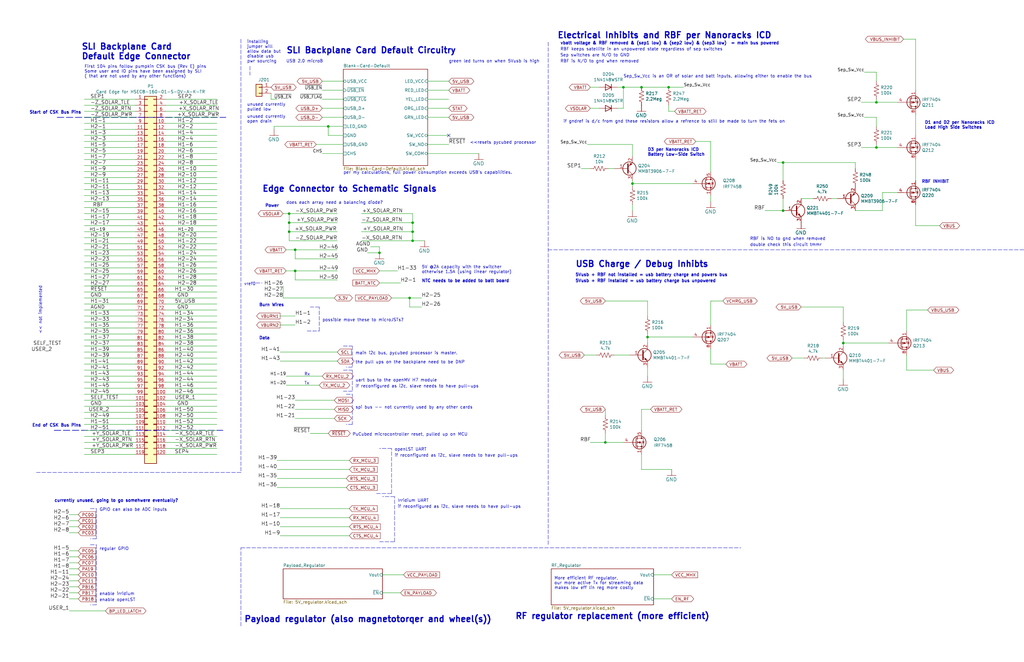
<source format=kicad_sch>
(kicad_sch (version 20211123) (generator eeschema)
  (paper "B")
  (title_block (title "Blank Card for SLI Backplane") (date "2021-11-05") (rev "A") (company "Sierra Lobo INC"))
  (junction (at 173.99 97.79))
  (junction (at 330.2 88.9))
  (junction (at 121.92 90.17))
  (junction (at 262.89 36.83))
  (junction (at 330.2 68.58))
  (junction (at 173.99 93.98))
  (junction (at 138.43 53.34))
  (junction (at 121.92 93.98))
  (junction (at 281.94 36.83))
  (junction (at 160.02 106.68))
  (junction (at 355.6 144.78))
  (junction (at 172.72 125.73))
  (junction (at 124.46 114.3))
  (junction (at 121.92 97.79))
  (junction (at 369.57 43.18))
  (junction (at 124.46 105.41))
  (junction (at 255.27 186.69))
  (junction (at 270.51 36.83))
  (junction (at 273.05 142.24))
  (junction (at 266.7 77.47))
  (junction (at 173.99 101.6))
  (junction (at 369.57 62.23))
  (no_connect (at 189.23 57.15))
  (wire (pts (xy 91.44 125.73) (xy 69.85 125.73)))
  (wire (pts (xy 91.44 49.53) (xy 69.85 49.53)))
  (polyline (pts (xy 38.1 229.87) (xy 40.64 229.87)))
  (wire (pts (xy 114.3 39.37) (xy 114.3 41.91)))
  (wire (pts (xy 29.21 252.73) (xy 33.02 252.73)))
  (wire (pts (xy 355.6 143.51) (xy 355.6 144.78)))
  (wire (pts (xy 360.68 68.58) (xy 360.68 71.12)))
  (polyline (pts (xy 101.6 16.51) (xy 101.6 199.39)))
  (wire (pts (xy 270.51 172.72) (xy 270.51 181.61)))
  (wire (pts (xy 91.44 59.69) (xy 69.85 59.69)))
  (wire (pts (xy 57.15 118.11) (xy 35.56 118.11)))
  (wire (pts (xy 189.23 45.72) (xy 180.34 45.72)))
  (polyline (pts (xy 101.6 231.14) (xy 312.42 231.14)))
  (wire (pts (xy 91.44 181.61) (xy 69.85 181.61)))
  (wire (pts (xy 57.15 125.73) (xy 35.56 125.73)))
  (wire (pts (xy 91.44 158.75) (xy 69.85 158.75)))
  (wire (pts (xy 57.15 120.65) (xy 35.56 120.65)))
  (wire (pts (xy 281.94 44.45) (xy 281.94 46.99)))
  (wire (pts (xy 180.34 64.77) (xy 201.93 64.77)))
  (wire (pts (xy 118.11 137.16) (xy 124.46 137.16)))
  (wire (pts (xy 262.89 36.83) (xy 260.35 36.83)))
  (wire (pts (xy 130.81 182.88) (xy 138.43 182.88)))
  (wire (pts (xy 255.27 182.88) (xy 255.27 186.69)))
  (wire (pts (xy 273.05 142.24) (xy 273.05 144.78)))
  (polyline (pts (xy 107.95 119.38) (xy 110.49 119.38)))
  (wire (pts (xy 369.57 30.48) (xy 369.57 34.29)))
  (wire (pts (xy 135.89 45.72) (xy 144.78 45.72)))
  (wire (pts (xy 29.21 247.65) (xy 33.02 247.65)))
  (polyline (pts (xy 144.78 156.21) (xy 148.59 156.21)))
  (wire (pts (xy 57.15 171.45) (xy 35.56 171.45)))
  (wire (pts (xy 140.97 176.53) (xy 124.46 176.53)))
  (wire (pts (xy 355.6 156.21) (xy 355.6 160.02)))
  (wire (pts (xy 189.23 34.29) (xy 180.34 34.29)))
  (wire (pts (xy 57.15 67.31) (xy 35.56 67.31)))
  (wire (pts (xy 57.15 140.97) (xy 35.56 140.97)))
  (wire (pts (xy 91.44 156.21) (xy 69.85 156.21)))
  (wire (pts (xy 124.46 118.11) (xy 124.46 114.3)))
  (wire (pts (xy 29.21 237.49) (xy 33.02 237.49)))
  (polyline (pts (xy 166.37 228.6) (xy 166.37 209.55)))
  (wire (pts (xy 91.44 85.09) (xy 69.85 85.09)))
  (wire (pts (xy 260.35 45.72) (xy 262.89 45.72)))
  (polyline (pts (xy 40.64 255.27) (xy 38.1 255.27)))
  (wire (pts (xy 57.15 41.91) (xy 35.56 41.91)))
  (wire (pts (xy 91.44 67.31) (xy 69.85 67.31)))
  (wire (pts (xy 173.99 93.98) (xy 152.4 93.98)))
  (wire (pts (xy 121.92 97.79) (xy 121.92 101.6)))
  (wire (pts (xy 364.49 49.53) (xy 369.57 49.53)))
  (wire (pts (xy 386.08 86.36) (xy 386.08 95.25)))
  (wire (pts (xy 91.44 128.27) (xy 69.85 128.27)))
  (wire (pts (xy 57.15 62.23) (xy 35.56 62.23)))
  (wire (pts (xy 57.15 151.13) (xy 35.56 151.13)))
  (wire (pts (xy 156.21 104.14) (xy 160.02 104.14)))
  (polyline (pts (xy 146.05 166.37) (xy 148.59 166.37)))
  (wire (pts (xy 173.99 90.17) (xy 173.99 93.98)))
  (wire (pts (xy 374.65 144.78) (xy 355.6 144.78)))
  (polyline (pts (xy 101.6 199.39) (xy 15.24 199.39)))
  (wire (pts (xy 142.24 148.59) (xy 118.11 148.59)))
  (wire (pts (xy 91.44 191.77) (xy 69.85 191.77)))
  (wire (pts (xy 369.57 62.23) (xy 363.22 62.23)))
  (wire (pts (xy 91.44 62.23) (xy 69.85 62.23)))
  (wire (pts (xy 57.15 130.81) (xy 35.56 130.81)))
  (wire (pts (xy 189.23 49.53) (xy 180.34 49.53)))
  (wire (pts (xy 140.97 168.91) (xy 124.46 168.91)))
  (wire (pts (xy 57.15 59.69) (xy 35.56 59.69)))
  (wire (pts (xy 283.21 198.12) (xy 270.51 198.12)))
  (wire (pts (xy 355.6 146.05) (xy 355.6 144.78)))
  (wire (pts (xy 91.44 184.15) (xy 69.85 184.15)))
  (wire (pts (xy 177.8 125.73) (xy 172.72 125.73)))
  (wire (pts (xy 116.84 194.31) (xy 147.32 194.31)))
  (polyline (pts (xy 148.59 146.05) (xy 148.59 154.94)))
  (wire (pts (xy 273.05 127) (xy 273.05 133.35)))
  (polyline (pts (xy 40.64 214.63) (xy 40.64 227.33)))
  (wire (pts (xy 270.51 36.83) (xy 281.94 36.83)))
  (wire (pts (xy 144.78 38.1) (xy 135.89 38.1)))
  (wire (pts (xy 57.15 153.67) (xy 35.56 153.67)))
  (wire (pts (xy 372.11 88.9) (xy 372.11 81.28)))
  (wire (pts (xy 121.92 90.17) (xy 121.92 93.98)))
  (wire (pts (xy 255.27 127) (xy 273.05 127)))
  (wire (pts (xy 119.38 90.17) (xy 121.92 90.17)))
  (polyline (pts (xy 101.6 264.16) (xy 101.6 231.14)))
  (wire (pts (xy 144.78 60.96) (xy 133.35 60.96)))
  (wire (pts (xy 91.44 54.61) (xy 69.85 54.61)))
  (wire (pts (xy 167.64 114.3) (xy 160.02 114.3)))
  (wire (pts (xy 91.44 82.55) (xy 69.85 82.55)))
  (wire (pts (xy 57.15 181.61) (xy 35.56 181.61)))
  (wire (pts (xy 57.15 148.59) (xy 35.56 148.59)))
  (wire (pts (xy 246.38 149.86) (xy 251.46 149.86)))
  (polyline (pts (xy 148.59 179.07) (xy 146.05 179.07)))
  (wire (pts (xy 116.84 198.12) (xy 147.32 198.12)))
  (polyline (pts (xy 166.37 209.55) (xy 161.29 209.55)))
  (wire (pts (xy 57.15 156.21) (xy 35.56 156.21)))
  (wire (pts (xy 135.89 64.77) (xy 144.78 64.77)))
  (wire (pts (xy 273.05 154.94) (xy 273.05 158.75)))
  (wire (pts (xy 91.44 173.99) (xy 69.85 173.99)))
  (wire (pts (xy 262.89 45.72) (xy 262.89 36.83)))
  (wire (pts (xy 138.43 57.15) (xy 138.43 53.34)))
  (polyline (pts (xy 148.59 154.94) (xy 146.05 154.94)))
  (wire (pts (xy 91.44 186.69) (xy 69.85 186.69)))
  (wire (pts (xy 57.15 69.85) (xy 35.56 69.85)))
  (wire (pts (xy 189.23 60.96) (xy 180.34 60.96)))
  (wire (pts (xy 364.49 30.48) (xy 369.57 30.48)))
  (wire (pts (xy 259.08 149.86) (xy 265.43 149.86)))
  (wire (pts (xy 57.15 95.25) (xy 35.56 95.25)))
  (wire (pts (xy 255.27 186.69) (xy 262.89 186.69)))
  (polyline (pts (xy 134.62 129.54) (xy 130.81 129.54)))
  (wire (pts (xy 57.15 52.07) (xy 35.56 52.07)))
  (polyline (pts (xy 158.75 208.28) (xy 165.1 208.28)))
  (wire (pts (xy 91.44 168.91) (xy 69.85 168.91)))
  (wire (pts (xy 91.44 151.13) (xy 69.85 151.13)))
  (wire (pts (xy 57.15 44.45) (xy 35.56 44.45)))
  (polyline (pts (xy 40.64 229.87) (xy 40.64 255.27)))
  (wire (pts (xy 381 16.51) (xy 386.08 16.51)))
  (wire (pts (xy 57.15 46.99) (xy 35.56 46.99)))
  (wire (pts (xy 57.15 158.75) (xy 35.56 158.75)))
  (wire (pts (xy 57.15 113.03) (xy 35.56 113.03)))
  (wire (pts (xy 121.92 101.6) (xy 142.24 101.6)))
  (wire (pts (xy 33.02 222.25) (xy 29.21 222.25)))
  (wire (pts (xy 172.72 129.54) (xy 177.8 129.54)))
  (wire (pts (xy 266.7 86.36) (xy 266.7 88.9)))
  (wire (pts (xy 168.91 119.38) (xy 160.02 119.38)))
  (wire (pts (xy 91.44 87.63) (xy 69.85 87.63)))
  (wire (pts (xy 360.68 88.9) (xy 372.11 88.9)))
  (wire (pts (xy 299.72 127) (xy 299.72 137.16)))
  (wire (pts (xy 29.21 242.57) (xy 33.02 242.57)))
  (wire (pts (xy 382.27 149.86) (xy 382.27 156.21)))
  (wire (pts (xy 57.15 54.61) (xy 35.56 54.61)))
  (wire (pts (xy 281.94 46.99) (xy 284.48 46.99)))
  (wire (pts (xy 327.66 68.58) (xy 330.2 68.58)))
  (wire (pts (xy 29.21 232.41) (xy 33.02 232.41)))
  (wire (pts (xy 299.72 59.69) (xy 293.37 59.69)))
  (wire (pts (xy 91.44 72.39) (xy 69.85 72.39)))
  (wire (pts (xy 391.16 130.81) (xy 382.27 130.81)))
  (wire (pts (xy 256.54 71.12) (xy 259.08 71.12)))
  (wire (pts (xy 120.65 162.56) (xy 134.62 162.56)))
  (wire (pts (xy 114.3 41.91) (xy 116.84 41.91)))
  (wire (pts (xy 135.89 41.91) (xy 144.78 41.91)))
  (wire (pts (xy 248.92 71.12) (xy 245.11 71.12)))
  (wire (pts (xy 91.44 153.67) (xy 69.85 153.67)))
  (wire (pts (xy 382.27 156.21) (xy 393.7 156.21)))
  (wire (pts (xy 281.94 36.83) (xy 288.29 36.83)))
  (wire (pts (xy 172.72 125.73) (xy 172.72 129.54)))
  (polyline (pts (xy 134.62 139.7) (xy 134.62 129.54)))
  (wire (pts (xy 57.15 107.95) (xy 35.56 107.95)))
  (wire (pts (xy 57.15 168.91) (xy 35.56 168.91)))
  (wire (pts (xy 57.15 166.37) (xy 35.56 166.37)))
  (wire (pts (xy 124.46 114.3) (xy 142.24 114.3)))
  (wire (pts (xy 124.46 109.22) (xy 142.24 109.22)))
  (wire (pts (xy 386.08 67.31) (xy 386.08 76.2)))
  (wire (pts (xy 330.2 76.2) (xy 330.2 68.58)))
  (polyline (pts (xy 148.59 165.1) (xy 144.78 165.1)))
  (wire (pts (xy 369.57 41.91) (xy 369.57 43.18)))
  (wire (pts (xy 189.23 57.15) (xy 180.34 57.15)))
  (wire (pts (xy 369.57 49.53) (xy 369.57 53.34)))
  (wire (pts (xy 350.52 83.82) (xy 353.06 83.82)))
  (polyline (pts (xy 24.13 49.53) (xy 95.25 49.53)) (stroke (width 0.254)))
  (wire (pts (xy 116.84 201.93) (xy 146.05 201.93)))
  (wire (pts (xy 33.02 250.19) (xy 29.21 250.19)))
  (wire (pts (xy 135.89 34.29) (xy 144.78 34.29)))
  (wire (pts (xy 154.94 106.68) (xy 160.02 106.68)))
  (wire (pts (xy 91.44 123.19) (xy 69.85 123.19)))
  (wire (pts (xy 57.15 105.41) (xy 35.56 105.41)))
  (wire (pts (xy 91.44 148.59) (xy 69.85 148.59)))
  (wire (pts (xy 179.07 101.6) (xy 173.99 101.6)))
  (wire (pts (xy 386.08 95.25) (xy 396.24 95.25)))
  (wire (pts (xy 57.15 74.93) (xy 35.56 74.93)))
  (wire (pts (xy 57.15 135.89) (xy 35.56 135.89)))
  (wire (pts (xy 116.84 205.74) (xy 146.05 205.74)))
  (wire (pts (xy 91.44 80.01) (xy 69.85 80.01)))
  (wire (pts (xy 355.6 129.54) (xy 355.6 135.89)))
  (wire (pts (xy 91.44 107.95) (xy 69.85 107.95)))
  (wire (pts (xy 57.15 90.17) (xy 35.56 90.17)))
  (wire (pts (xy 57.15 191.77) (xy 35.56 191.77)))
  (wire (pts (xy 118.11 222.25) (xy 147.32 222.25)))
  (wire (pts (xy 57.15 173.99) (xy 35.56 173.99)))
  (polyline (pts (xy 22.86 181.61) (xy 93.98 181.61)) (stroke (width 0.254)))
  (wire (pts (xy 57.15 49.53) (xy 35.56 49.53)))
  (wire (pts (xy 173.99 97.79) (xy 152.4 97.79)))
  (wire (pts (xy 91.44 44.45) (xy 69.85 44.45)))
  (wire (pts (xy 57.15 138.43) (xy 35.56 138.43)))
  (wire (pts (xy 57.15 146.05) (xy 35.56 146.05)))
  (wire (pts (xy 91.44 90.17) (xy 69.85 90.17)))
  (polyline (pts (xy 160.02 228.6) (xy 166.37 228.6)))
  (wire (pts (xy 322.58 88.9) (xy 330.2 88.9)))
  (wire (pts (xy 57.15 92.71) (xy 35.56 92.71)))
  (wire (pts (xy 91.44 41.91) (xy 69.85 41.91)))
  (wire (pts (xy 247.65 60.96) (xy 266.7 60.96)))
  (wire (pts (xy 91.44 143.51) (xy 69.85 143.51)))
  (wire (pts (xy 57.15 110.49) (xy 35.56 110.49)))
  (wire (pts (xy 140.97 172.72) (xy 124.46 172.72)))
  (wire (pts (xy 91.44 146.05) (xy 69.85 146.05)))
  (wire (pts (xy 57.15 115.57) (xy 35.56 115.57)))
  (wire (pts (xy 173.99 93.98) (xy 173.99 97.79)))
  (wire (pts (xy 57.15 128.27) (xy 35.56 128.27)))
  (wire (pts (xy 170.18 242.57) (xy 161.29 242.57)))
  (wire (pts (xy 91.44 69.85) (xy 69.85 69.85)))
  (wire (pts (xy 91.44 179.07) (xy 69.85 179.07)))
  (wire (pts (xy 144.78 57.15) (xy 138.43 57.15)))
  (wire (pts (xy 91.44 110.49) (xy 69.85 110.49)))
  (polyline (pts (xy 1041.4 464.82) (xy 1041.4 452.12)))
  (wire (pts (xy 57.15 133.35) (xy 35.56 133.35)))
  (wire (pts (xy 57.15 85.09) (xy 35.56 85.09)))
  (polyline (pts (xy 165.1 208.28) (xy 165.1 189.23)))
  (wire (pts (xy 57.15 80.01) (xy 35.56 80.01)))
  (wire (pts (xy 334.01 151.13) (xy 339.09 151.13)))
  (wire (pts (xy 189.23 38.1) (xy 180.34 38.1)))
  (wire (pts (xy 119.38 125.73) (xy 140.97 125.73)))
  (wire (pts (xy 337.82 83.82) (xy 342.9 83.82)))
  (wire (pts (xy 115.57 53.34) (xy 138.43 53.34)))
  (wire (pts (xy 299.72 59.69) (xy 299.72 72.39)))
  (wire (pts (xy 283.21 242.57) (xy 275.59 242.57)))
  (wire (pts (xy 91.44 166.37) (xy 69.85 166.37)))
  (polyline (pts (xy 231.14 17.78) (xy 231.14 229.87)))
  (polyline (pts (xy 129.54 139.7) (xy 134.62 139.7)))
  (wire (pts (xy 57.15 123.19) (xy 35.56 123.19)))
  (wire (pts (xy 91.44 57.15) (xy 69.85 57.15)))
  (wire (pts (xy 142.24 152.4) (xy 118.11 152.4)))
  (wire (pts (xy 29.21 257.81) (xy 44.45 257.81)))
  (wire (pts (xy 120.65 105.41) (xy 124.46 105.41)))
  (polyline (pts (xy 231.14 105.41) (xy 434.34 105.41)))
  (wire (pts (xy 29.21 219.71) (xy 33.02 219.71)))
  (wire (pts (xy 115.57 53.34) (xy 115.57 54.61)))
  (wire (pts (xy 91.44 163.83) (xy 69.85 163.83)))
  (wire (pts (xy 57.15 97.79) (xy 35.56 97.79)))
  (wire (pts (xy 304.8 127) (xy 299.72 127)))
  (wire (pts (xy 91.44 100.33) (xy 69.85 100.33)))
  (polyline (pts (xy 148.59 156.21) (xy 148.59 165.1)))
  (wire (pts (xy 121.92 93.98) (xy 121.92 97.79)))
  (polyline (pts (xy 165.1 189.23) (xy 160.02 189.23)))
  (wire (pts (xy 57.15 87.63) (xy 35.56 87.63)))
  (wire (pts (xy 369.57 62.23) (xy 378.46 62.23)))
  (wire (pts (xy 91.44 92.71) (xy 69.85 92.71)))
  (wire (pts (xy 91.44 130.81) (xy 69.85 130.81)))
  (wire (pts (xy 119.38 125.73) (xy 119.38 120.65)))
  (wire (pts (xy 142.24 93.98) (xy 121.92 93.98)))
  (wire (pts (xy 124.46 133.35) (xy 118.11 133.35)))
  (wire (pts (xy 299.72 153.67) (xy 306.07 153.67)))
  (wire (pts (xy 266.7 77.47) (xy 266.7 78.74)))
  (wire (pts (xy 382.27 130.81) (xy 382.27 139.7)))
  (wire (pts (xy 292.1 142.24) (xy 273.05 142.24)))
  (wire (pts (xy 180.34 41.91) (xy 189.23 41.91)))
  (wire (pts (xy 91.44 115.57) (xy 69.85 115.57)))
  (wire (pts (xy 33.02 240.03) (xy 29.21 240.03)))
  (wire (pts (xy 142.24 105.41) (xy 124.46 105.41)))
  (wire (pts (xy 252.73 36.83) (xy 248.92 36.83)))
  (wire (pts (xy 91.44 77.47) (xy 69.85 77.47)))
  (wire (pts (xy 144.78 53.34) (xy 138.43 53.34)))
  (wire (pts (xy 274.32 172.72) (xy 270.51 172.72)))
  (wire (pts (xy 337.82 129.54) (xy 355.6 129.54)))
  (wire (pts (xy 91.44 176.53) (xy 69.85 176.53)))
  (wire (pts (xy 135.89 49.53) (xy 144.78 49.53)))
  (wire (pts (xy 91.44 118.11) (xy 69.85 118.11)))
  (wire (pts (xy 346.71 151.13) (xy 347.98 151.13)))
  (wire (pts (xy 57.15 176.53) (xy 35.56 176.53)))
  (wire (pts (xy 372.11 81.28) (xy 378.46 81.28)))
  (wire (pts (xy 275.59 252.73) (xy 283.21 252.73)))
  (wire (pts (xy 57.15 72.39) (xy 35.56 72.39)))
  (wire (pts (xy 91.44 105.41) (xy 69.85 105.41)))
  (wire (pts (xy 91.44 189.23) (xy 69.85 189.23)))
  (wire (pts (xy 57.15 189.23) (xy 35.56 189.23)))
  (wire (pts (xy 91.44 95.25) (xy 69.85 95.25)))
  (wire (pts (xy 91.44 74.93) (xy 69.85 74.93)))
  (wire (pts (xy 330.2 83.82) (xy 330.2 88.9)))
  (wire (pts (xy 57.15 102.87) (xy 35.56 102.87)))
  (wire (pts (xy 91.44 140.97) (xy 69.85 140.97)))
  (wire (pts (xy 124.46 105.41) (xy 124.46 109.22)))
  (wire (pts (xy 118.11 218.44) (xy 147.32 218.44)))
  (wire (pts (xy 29.21 224.79) (xy 33.02 224.79)))
  (wire (pts (xy 57.15 163.83) (xy 35.56 163.83)))
  (wire (pts (xy 57.15 184.15) (xy 35.56 184.15)))
  (polyline (pts (xy 38.1 214.63) (xy 40.64 214.63)))
  (polyline (pts (xy 105.41 27.94) (xy 105.41 31.75)))
  (wire (pts (xy 299.72 147.32) (xy 299.72 153.67)))
  (wire (pts (xy 369.57 43.18) (xy 378.46 43.18)))
  (wire (pts (xy 57.15 100.33) (xy 35.56 100.33)))
  (wire (pts (xy 273.05 140.97) (xy 273.05 142.24)))
  (wire (pts (xy 91.44 171.45) (xy 69.85 171.45)))
  (wire (pts (xy 248.92 45.72) (xy 252.73 45.72)))
  (wire (pts (xy 161.29 250.19) (xy 168.91 250.19)))
  (wire (pts (xy 386.08 16.51) (xy 386.08 38.1)))
  (wire (pts (xy 121.92 90.17) (xy 142.24 90.17)))
  (wire (pts (xy 266.7 77.47) (xy 292.1 77.47)))
  (wire (pts (xy 91.44 120.65) (xy 69.85 120.65)))
  (wire (pts (xy 57.15 186.69) (xy 35.56 186.69)))
  (wire (pts (xy 91.44 102.87) (xy 69.85 102.87)))
  (wire (pts (xy 57.15 143.51) (xy 35.56 143.51)))
  (wire (pts (xy 57.15 57.15) (xy 35.56 57.15)))
  (wire (pts (xy 142.24 97.79) (xy 121.92 97.79)))
  (wire (pts (xy 91.44 135.89) (xy 69.85 135.89)))
  (wire (pts (xy 255.27 172.72) (xy 255.27 175.26)))
  (wire (pts (xy 160.02 104.14) (xy 160.02 106.68)))
  (wire (pts (xy 386.08 57.15) (xy 386.08 48.26)))
  (wire (pts (xy 173.99 90.17) (xy 152.4 90.17)))
  (wire (pts (xy 173.99 101.6) (xy 152.4 101.6)))
  (wire (pts (xy 91.44 113.03) (xy 69.85 113.03)))
  (wire (pts (xy 57.15 64.77) (xy 35.56 64.77)))
  (polyline (pts (xy 148.59 166.37) (xy 148.59 179.07)))
  (wire (pts (xy 262.89 36.83) (xy 270.51 36.83)))
  (wire (pts (xy 91.44 64.77) (xy 69.85 64.77)))
  (polyline (pts (xy 40.64 227.33) (xy 38.1 227.33)))
  (wire (pts (xy 91.44 46.99) (xy 69.85 46.99)))
  (wire (pts (xy 91.44 161.29) (xy 69.85 161.29)))
  (wire (pts (xy 91.44 97.79) (xy 69.85 97.79)))
  (wire (pts (xy 124.46 118.11) (xy 142.24 118.11)))
  (wire (pts (xy 33.02 245.11) (xy 29.21 245.11)))
  (wire (pts (xy 266.7 60.96) (xy 266.7 66.04)))
  (wire (pts (xy 369.57 60.96) (xy 369.57 62.23)))
  (wire (pts (xy 33.02 217.17) (xy 29.21 217.17)))
  (wire (pts (xy 330.2 68.58) (xy 360.68 68.58)))
  (wire (pts (xy 57.15 179.07) (xy 35.56 179.07)))
  (wire (pts (xy 173.99 97.79) (xy 173.99 101.6)))
  (wire (pts (xy 57.15 161.29) (xy 35.56 161.29)))
  (wire (pts (xy 120.65 114.3) (xy 124.46 114.3)))
  (wire (pts (xy 363.22 43.18) (xy 369.57 43.18)))
  (wire (pts (xy 91.44 133.35) (xy 69.85 133.35)))
  (wire (pts (xy 248.92 186.69) (xy 255.27 186.69)))
  (polyline (pts (xy 144.78 146.05) (xy 148.59 146.05)))
  (wire (pts (xy 91.44 138.43) (xy 69.85 138.43)))
  (wire (pts (xy 270.51 198.12) (xy 270.51 191.77)))
  (wire (pts (xy 33.02 234.95) (xy 29.21 234.95)))
  (wire (pts (xy 57.15 82.55) (xy 35.56 82.55)))
  (wire (pts (xy 165.1 125.73) (xy 172.72 125.73)))
  (wire (pts (xy 266.7 76.2) (xy 266.7 77.47)))
  (wire (pts (xy 118.11 226.06) (xy 147.32 226.06)))
  (wire (pts (xy 118.11 214.63) (xy 147.32 214.63)))
  (wire (pts (xy 135.89 158.75) (xy 120.65 158.75)))
  (wire (pts (xy 299.72 82.55) (xy 299.72 85.09)))
  (wire (pts (xy 35.56 77.47) (xy 57.15 77.47)))
  (wire (pts (xy 91.44 52.07) (xy 69.85 52.07)))
  (text "RBF is NO to gnd when removed" (at 316.23 101.6 0) (effects (font (size 1.27 1.27)) (justify left bottom)))
  (text "possible move these to microJSTs?" (at 135.89 135.89 0) (effects (font (size 1.27 1.27)) (justify left bottom)))
  (text "Power" (at 111.76 87.63 0) (effects (font (size 1.27 1.27) (thickness 0.254) bold) (justify left bottom)))
  (text "if reconfigured as i2c, slave needs to have pull-ups" (at 149.86 163.83 0) (effects (font (size 1.27 1.27)) (justify left bottom)))
  (text "RBF is N/O to gnd when removed" (at 236.22 26.67 0) (effects (font (size 1.27 1.27)) (justify left bottom)))
  (text "Tx" (at 128.27 162.56 0) (effects (font (size 1.27 1.27)) (justify left bottom)))
  (text "RBF INHIBIT" (at 388.62 77.47 0) (effects (font (size 1.27 1.27) (thickness 0.254) bold) (justify left bottom)))
  (text "enable openLST" (at 41.91 254 0) (effects (font (size 1.27 1.27)) (justify left bottom)))
  (text "spi bus -- not currently used by any other cards" (at 149.86 172.72 0) (effects (font (size 1.27 1.27)) (justify left bottom)))
  (text "5Vusb + RBF installed = usb battery charge bus unpowered" (at 242.57 119.38 0) (effects (font (size 1.27 1.27) (thickness 0.254) bold) (justify left bottom)))
  (text "NTC needs to be added to batt board" (at 177.8 119.38 0) (effects (font (size 1.27 1.27) (thickness 0.254) bold) (justify left bottom)))
  (text "SLI Backplane Card \nDefault Edge Connector" (at 34.29 25.4 0) (effects (font (size 2.54 2.54) (thickness 0.508) bold) (justify left bottom)))
  (text "Data" (at 109.22 143.51 0) (effects (font (size 1.27 1.27) (thickness 0.254) bold) (justify left bottom)))
  (text "Start of CSK Bus Pins" (at 34.29 48.26 180) (effects (font (size 1.27 1.27) (thickness 0.254) bold) (justify right bottom)))
  (text "PuCubed microcontroller reset, pulled up on MCU" (at 148.59 184.15 0) (effects (font (size 1.27 1.27)) (justify left bottom)))
  (text "Sep_Sw_Vcc is an OR of solar and batt inputs, allowing either to enable the bus" (at 262.89 33.02 0) (effects (font (size 1.27 1.27)) (justify left bottom)))
  (text "USB 2.0 microB" (at 120.65 26.67 0) (effects (font (size 1.27 1.27)) (justify left bottom)))
  (text "regular GPIO" (at 41.91 232.41 0) (effects (font (size 1.27 1.27)) (justify left bottom)))
  (text "Irridium UART" (at 167.64 212.09 0) (effects (font (size 1.27 1.27)) (justify left bottom)))
  (text "More efficient RF regulator,\nour more active Tx for streaming data\nmakes low eff lin reg more costly" (at 233.68 248.92 0) (effects (font (size 1.27 1.27)) (justify left bottom)))
  (text "5V @2A capacity with the switcher\notherwise 1.5A (using linear regulator)" (at 177.8 115.57 0) (effects (font (size 1.27 1.27)) (justify left bottom)))
  (text "if reconfigured as i2c, slave needs to have pull-ups" (at 167.64 214.63 0) (effects (font (size 1.27 1.27)) (justify left bottom)))
  (text "D3 per Nanoracks ICD\nBattery Low-Side Switch" (at 273.05 66.04 0) (effects (font (size 1.27 1.27) (thickness 0.254) bold) (justify left bottom)))
  (text "D1 and D2 per Nanoracks ICD\nLoad High Side Switches" (at 389.89 54.61 0) (effects (font (size 1.27 1.27) (thickness 0.254) bold) (justify left bottom)))
  (text "unused currently \nopen drain" (at 104.14 52.07 0) (effects (font (size 1.27 1.27)) (justify left bottom)))
  (text "double check this circuit tmmr" (at 316.23 104.14 0) (effects (font (size 1.27 1.27)) (justify left bottom)))
  (text "if gndref is d/c from gnd these resistors allow a refrence to still be made to turn the fets on" (at 237.49 52.07 0) (effects (font (size 1.27 1.27)) (justify left bottom)))
  (text "openLST UART" (at 166.37 190.5 0) (effects (font (size 1.27 1.27)) (justify left bottom)))
  (text "GPIO can also be ADC inputs" (at 41.91 215.9 0) (effects (font (size 1.27 1.27)) (justify left bottom)))
  (text "unused currently\npulled low" (at 104.14 46.99 0) (effects (font (size 1.27 1.27)) (justify left bottom)))
  (text "Sep switches are N/O to GND" (at 236.22 24.13 0) (effects (font (size 1.27 1.27)) (justify left bottom)))
  (text "main i2c bus, pycubed processor is master. " (at 149.86 149.86 0) (effects (font (size 1.27 1.27)) (justify left bottom)))
  (text "uart bus to the openMV H7 module" (at 149.86 161.29 0) (effects (font (size 1.27 1.27)) (justify left bottom)))
  (text "installing\njumper will \nallow data but \ndisable usb \npwr sourcing" (at 104.14 26.67 0) (effects (font (size 1.27 1.27)) (justify left bottom)))
  (text "does each array need a balancing diode?" (at 120.65 86.36 0) (effects (font (size 1.27 1.27)) (justify left bottom)))
  (text "RF regulator replacement (more efficient)\n" (at 217.17 261.62 0) (effects (font (size 2.54 2.54) (thickness 0.508) bold) (justify left bottom)))
  (text "USB Charge / Debug Inhibts" (at 242.57 113.03 0) (effects (font (size 2.54 2.54) (thickness 0.508) bold) (justify left bottom)))
  (text "RBF keeps satellite in an unpowered state regardless of sep switches" (at 236.22 21.59 0) (effects (font (size 1.27 1.27)) (justify left bottom)))
  (text "vref0" (at 102.87 120.65 0) (effects (font (size 1.27 1.27)) (justify left bottom)))
  (text "Rx" (at 128.27 158.75 0) (effects (font (size 1.27 1.27)) (justify left bottom)))
  (text "5Vusb + RBF not installed = usb battery charge and powers bus" (at 242.57 116.84 0) (effects (font (size 1.27 1.27) (thickness 0.254) bold) (justify left bottom)))
  (text "<< not implemented" (at 17.78 140.97 90) (effects (font (size 1.27 1.27)) (justify left bottom)))
  (text "currently unused, going to go somehwere eventually?" (at 22.86 212.09 0) (effects (font (size 1.27 1.27) (thickness 0.254) bold) (justify left bottom)))
  (text "green led turns on when 5Vusb is high" (at 189.23 26.67 0) (effects (font (size 1.27 1.27)) (justify left bottom)))
  (text "Burn Wires" (at 109.22 129.54 0) (effects (font (size 1.27 1.27) (thickness 0.254) bold) (justify left bottom)))
  (text "Edge Connector to Schematic Signals" (at 110.49 81.28 0) (effects (font (size 2.54 2.54) (thickness 0.508) bold) (justify left bottom)))
  (text "SLI Backplane Card Default Circuitry" (at 120.65 22.86 0) (effects (font (size 2.54 2.54) (thickness 0.508) bold) (justify left bottom)))
  (text "<<resets pycubed processor" (at 198.12 60.96 0) (effects (font (size 1.27 1.27)) (justify left bottom)))
  (text "if reconfigured as i2c, slave needs to have pull-ups" (at 166.37 193.04 0) (effects (font (size 1.27 1.27)) (justify left bottom)))
  (text "End of CSK Bus Pins" (at 34.29 180.34 180) (effects (font (size 1.27 1.27) (thickness 0.254) bold) (justify right bottom)))
  (text "Electrical Inhibits and RBF per Nanoracks ICD" (at 234.95 16.51 0) (effects (font (size 2.54 2.54) (thickness 0.508) bold) (justify left bottom)))
  (text "enable irridium" (at 41.91 251.46 0) (effects (font (size 1.27 1.27)) (justify left bottom)))
  (text "the pull ups on the backplane need to be DNP" (at 149.86 153.67 0) (effects (font (size 1.27 1.27)) (justify left bottom)))
  (text "vbatt voltage & RBF removed & (sep1 low) & (sep2 low) & (sep3 low)  = main bus powered" (at 236.22 19.05 0) (effects (font (size 1.27 1.27) (thickness 0.254) bold) (justify left bottom)))
  (text "per my calculations, full power consumption exceeds USB's capabilities." (at 144.78 73.66 0) (effects (font (size 1.27 1.27)) (justify left bottom)))
  (text "Payload regulator (also magnetotorqer and wheel(s))" (at 102.87 262.89 0) (effects (font (size 2.54 2.54) (thickness 0.508) bold) (justify left bottom)))
  (text "First 104 pins follow pumpkin CSK bus (Rev E) pins\nSome user and IO pins have been assigned by SLI \n( that are not used by any other functions)" (at 35.56 33.02 0) (effects (font (size 1.27 1.27)) (justify left bottom)))
  (label "H1-28" (at 74.93 118.11 0) (effects (font (size 1.524 1.524))))
  (label "~{RESET}" (at 130.81 182.88 180) (effects (font (size 1.524 1.524))))
  (label "H2-16" (at 74.93 90.17 0) (effects (font (size 1.524 1.524))))
  (label "H1-33" (at 167.64 114.3 0) (effects (font (size 1.524 1.524))))
  (label "H1-52" (at 73.66 179.07 0) (effects (font (size 1.524 1.524))))
  (label "H1-8" (at 74.93 67.31 0) (effects (font (size 1.524 1.524))))
  (label "H2-50" (at 134.62 118.11 0) (effects (font (size 1.524 1.524))))
  (label "H1-21" (at 38.1 102.87 0) (effects (font (size 1.524 1.524))))
  (label "+X_SOLAR_PWR" (at 124.206 97.79 0) (effects (font (size 1.524 1.524))))
  (label "H1-16" (at 74.93 87.63 0) (effects (font (size 1.524 1.524))))
  (label "H1-1" (at 124.46 133.35 0) (effects (font (size 1.524 1.524))))
  (label "H2-35" (at 38.1 140.97 0) (effects (font (size 1.524 1.524))))
  (label "SELF_TEST" (at 38.1 168.91 0) (effects (font (size 1.524 1.524))))
  (label "H1-35" (at 38.1 138.43 0) (effects (font (size 1.524 1.524))))
  (label "RBF" (at 39.116 87.63 0) (effects (font (size 1.524 1.524))))
  (label "H2-24" (at 29.21 245.11 180) (effects (font (size 1.524 1.524))))
  (label "H2-22" (at 74.93 105.41 0) (effects (font (size 1.524 1.524))))
  (label "H1-7" (at 29.21 237.49 180) (effects (font (size 1.524 1.524))))
  (label "H2-21" (at 29.21 252.73 180) (effects (font (size 1.524 1.524))))
  (label "H2-33" (at 38.1 135.89 0) (effects (font (size 1.524 1.524))))
  (label "H2-51" (at 38.1 181.61 0) (effects (font (size 1.524 1.524))))
  (label "H2-9" (at 38.1 74.93 0) (effects (font (size 1.524 1.524))))
  (label "H1-21" (at 124.46 176.53 180) (effects (font (size 1.524 1.524))))
  (label "CHS" (at 135.89 64.77 180))
  (label "H1-2" (at 74.93 52.07 0) (effects (font (size 1.524 1.524))))
  (label "H1-10" (at 118.11 222.25 180) (effects (font (size 1.524 1.524))))
  (label "H2-14" (at 74.93 85.09 0) (effects (font (size 1.524 1.524))))
  (label "H2-45" (at 38.1 166.37 0) (effects (font (size 1.524 1.524))))
  (label "H1-34" (at 73.66 133.35 0) (effects (font (size 1.524 1.524))))
  (label "H1-11" (at 38.1 77.47 0) (effects (font (size 1.524 1.524))))
  (label "RBF" (at 322.58 88.9 180) (effects (font (size 1.524 1.524))))
  (label "Sep_Sw_Vcc" (at 247.65 60.96 180))
  (label "H1-36" (at 73.66 138.43 0) (effects (font (size 1.524 1.524))))
  (label "H2-8" (at 29.21 224.79 180) (effects (font (size 1.524 1.524))))
  (label "SEP4" (at 73.66 191.77 0) (effects (font (size 1.524 1.524))))
  (label "H1-41" (at 38.1 153.67 0) (effects (font (size 1.524 1.524))))
  (label "H2-25" (at 38.1 115.57 0) (effects (font (size 1.524 1.524))))
  (label "~{RESET}" (at 189.23 60.96 0) (effects (font (size 1.524 1.524))))
  (label "H1-5" (at 29.21 232.41 180) (effects (font (size 1.524 1.524))))
  (label "SEP3" (at 363.22 62.23 180) (effects (font (size 1.524 1.524))))
  (label "H1-46" (at 73.66 163.83 0) (effects (font (size 1.524 1.524))))
  (label "+X_SOLAR_TLE" (at 75.438 44.45 0) (effects (font (size 1.524 1.524))))
  (label "H1-20" (at 120.65 162.56 180))
  (label "H2-28" (at 119.38 125.73 180) (effects (font (size 1.524 1.524))))
  (label "H1-9" (at 118.11 226.06 180) (effects (font (size 1.524 1.524))))
  (label "RBF" (at 249.174 186.69 180) (effects (font (size 1.524 1.524))))
  (label "H1-20" (at 74.93 97.79 0))
  (label "H1-39" (at 38.1 148.59 0) (effects (font (size 1.524 1.524))))
  (label "-Z_SOLAR_PWR" (at 124.46 101.6 0) (effects (font (size 1.524 1.524))))
  (label "H2-19" (at 38.1 100.33 0) (effects (font (size 1.524 1.524))))
  (label "H2-38" (at 73.66 146.05 0) (effects (font (size 1.524 1.524))))
  (label "GND" (at 155.194 106.68 180) (effects (font (size 1.524 1.524))))
  (label "~{RESET}" (at 38.1 123.19 0) (effects (font (size 1.524 1.524))))
  (label "H1-33" (at 38.1 133.35 0) (effects (font (size 1.524 1.524))))
  (label "H1-25" (at 38.1 113.03 0) (effects (font (size 1.524 1.524))))
  (label "+X_SOLAR_PWR" (at 74.676 49.53 0) (effects (font (size 1.524 1.524))))
  (label "H2-42" (at 73.66 156.21 0) (effects (font (size 1.524 1.524))))
  (label "H2-28" (at 74.93 120.65 0) (effects (font (size 1.524 1.524))))
  (label "H2-44" (at 73.66 161.29 0) (effects (font (size 1.524 1.524))))
  (label "-Z_SOLAR_TLE" (at 38.1 44.45 0) (effects (font (size 1.524 1.524))))
  (label "H2-46" (at 73.66 166.37 0) (effects (font (size 1.524 1.524))))
  (label "H2-18" (at 74.93 95.25 0) (effects (font (size 1.524 1.524))))
  (label "USER_2" (at 37.338 173.99 0) (effects (font (size 1.524 1.524))))
  (label "-X_SOLAR_PWR" (at 73.66 189.23 0) (effects (font (size 1.524 1.524))))
  (label "H1-40" (at 73.66 148.59 0) (effects (font (size 1.524 1.524))))
  (label "H2-24" (at 74.93 110.49 0) (effects (font (size 1.524 1.524))))
  (label "-Z_SOLAR_RTN" (at 38.1 46.99 0) (effects (font (size 1.524 1.524))))
  (label "SEP2" (at 74.93 41.91 0) (effects (font (size 1.524 1.524))))
  (label "USER_1" (at 29.21 257.81 180) (effects (font (size 1.524 1.524))))
  (label "H1-45" (at 38.1 163.83 0) (effects (font (size 1.524 1.524))))
  (label "H2-20" (at 74.93 100.33 0) (effects (font (size 1.524 1.524))))
  (label "H1-12" (at 74.93 77.47 0) (effects (font (size 1.524 1.524))))
  (label "+Y_SOLAR_RTN" (at 38.608 186.69 0) (effects (font (size 1.524 1.524))))
  (label "H1-22" (at 124.46 172.72 180) (effects (font (size 1.524 1.524))))
  (label "GND" (at 74.676 171.45 0) (effects (font (size 1.524 1.524))))
  (label "H1-11" (at 29.21 242.57 180) (effects (font (size 1.524 1.524))))
  (label "+Y_SOLAR_TLE" (at 38.608 184.15 0) (effects (font (size 1.524 1.524))))
  (label "Sep_Sw_Vcc" (at 288.29 36.83 0))
  (label "H2-34" (at 73.66 135.89 0) (effects (font (size 1.524 1.524))))
  (label "H1-17" (at 38.1 92.71 0) (effects (font (size 1.524 1.524))))
  (label "H1-26" (at 74.93 113.03 0) (effects (font (size 1.524 1.524))))
  (label "-X_SOLAR_TLE" (at 73.66 184.15 0) (effects (font (size 1.524 1.524))))
  (label "H2-4" (at 74.93 59.69 0) (effects (font (size 1.524 1.524))))
  (label "H2-46" (at 134.62 105.41 0) (effects (font (size 1.524 1.524))))
  (label "H2-27" (at 38.1 120.65 0) (effects (font (size 1.524 1.524))))
  (label "SELF_TEST" (at 13.97 146.05 0) (effects (font (size 1.524 1.524))))
  (label "H1-17" (at 118.11 218.44 180) (effects (font (size 1.524 1.524))))
  (label "H2-39" (at 38.1 151.13 0) (effects (font (size 1.524 1.524))))
  (label "H2-11" (at 38.1 80.01 0) (effects (font (size 1.524 1.524))))
  (label "H1-19" (at 120.65 158.75 180))
  (label "H2-6" (at 29.21 219.71 180) (effects (font (size 1.524 1.524))))
  (label "+Y_SOLAR_RTN" (at 152.908 97.79 0) (effects (font (size 1.524 1.524))))
  (label "-Z_SOLAR_RTN" (at 152.4 93.98 0) (effects (font (size 1.524 1.524))))
  (label "H1-36" (at 116.84 205.74 180) (effects (font (size 1.524 1.524))))
  (label "H2-22" (at 29.21 250.19 180) (effects (font (size 1.524 1.524))))
  (label "H2-13" (at 38.1 85.09 0) (effects (font (size 1.524 1.524))))
  (label "SEP1" (at 38.1 41.91 0) (effects (font (size 1.524 1.524))))
  (label "H1-51" (at 38.1 179.07 0) (effects (font (size 1.524 1.524))))
  (label "H1-26" (at 119.38 120.65 180) (effects (font (size 1.524 1.524))))
  (label "GND" (at 74.676 130.81 0) (effects (font (size 1.524 1.524))))
  (label "H2-50" (at 73.66 176.53 0) (effects (font (size 1.524 1.524))))
  (label "H2-17" (at 38.1 95.25 0) (effects (font (size 1.524 1.524))))
  (label "H2-49" (at 134.62 114.3 0) (effects (font (size 1.524 1.524))))
  (label "GND" (at 38.1 125.73 0) (effects (font (size 1.524 1.524))))
  (label "H2-40" (at 73.66 151.13 0) (effects (font (size 1.524 1.524))))
  (label "H2-5" (at 29.21 217.17 180) (effects (font (size 1.524 1.524))))
  (label "H1-9" (at 38.1 72.39 0) (effects (font (size 1.524 1.524))))
  (label "H2-2" (at 74.93 54.61 0) (effects (font (size 1.524 1.524))))
  (label "H2-45" (at 134.62 109.22 0) (effects (font (size 1.524 1.524))))
  (label "USER_1" (at 73.66 168.91 0) (effects (font (size 1.524 1.524))))
  (label "H1-43" (at 38.1 158.75 0) (effects (font (size 1.524 1.524))))
  (label "H2-27" (at 119.38 123.19 180) (effects (font (size 1.524 1.524))))
  (label "H1-43" (at 118.11 152.4 180) (effects (font (size 1.524 1.524))))
  (label "H1-37" (at 38.1 143.51 0) (effects (font (size 1.524 1.524))))
  (label "-X_SOLAR_PWR" (at 124.46 90.17 0) (effects (font (size 1.524 1.524))))
  (label "H1-10" (at 74.93 72.39 0) (effects (font (size 1.524 1.524))))
  (label "H2-1" (at 38.1 54.61 0) (effects (font (size 1.524 1.524))))
  (label "H2-37" (at 38.1 146.05 0) (effects (font (size 1.524 1.524))))
  (label "H1-35" (at 116.84 201.93 180) (effects (font (size 1.524 1.524))))
  (label "-X_SOLAR_RTN" (at 152.4 101.6 0) (effects (font (size 1.524 1.524))))
  (label "H1-8" (at 29.21 240.03 180) (effects (font (size 1.524 1.524))))
  (label "H2-43" (at 38.1 161.29 0) (effects (font (size 1.524 1.524))))
  (label "H1-31" (at 38.1 128.27 0) (effects (font (size 1.524 1.524))))
  (label "H2-36" (at 73.66 140.97 0) (effects (font (size 1.524 1.524))))
  (label "H1-40" (at 116.84 198.12 180) (effects (font (size 1.524 1.524))))
  (label "H1-41" (at 118.11 148.59 180) (effects (font (size 1.524 1.524))))
  (label "H2-26" (at 74.93 115.57 0) (effects (font (size 1.524 1.524))))
  (label "H1-42" (at 73.66 153.67 0) (effects (font (size 1.524 1.524))))
  (label "Sep_Sw_Vcc" (at 364.49 30.48 180))
  (label "H1-4" (at 74.93 57.15 0) (effects (font (size 1.524 1.524))))
  (label "H2-41" (at 38.1 156.21 0) (effects (font (size 1.524 1.524))))
  (label "H1-19" (at 44.45 97.79 180))
  (label "AGND" (at 156.21 104.14 180) (effects (font (size 1.524 1.524))))
  (label "H2-7" (at 38.1 69.85 0) (effects (font (size 1.524 1.524))))
  (label "SEP3" (at 38.1 191.77 0) (effects (font (size 1.524 1.524))))
  (label "SEP1" (at 245.11 71.12 180) (effects (font (size 1.524 1.524))))
  (label "H1-6" (at 74.93 62.23 0) (effects (font (size 1.524 1.524))))
  (label "H1-13" (at 38.1 82.55 0) (effects (font (size 1.524 1.524))))
  (label "H1-1" (at 38.1 52.07 0) (effects (font (size 1.524 1.524))))
  (label "H2-15" (at 38.1 90.17 0) (effects (font (size 1.524 1.524))))
  (label "AGND" (at 38.1 130.81 0) (effects (font (size 1.524 1.524))))
  (label "H1-27" (at 38.1 118.11 0) (effects (font (size 1.524 1.524))))
  (label "-X_SOLAR_RTN" (at 73.66 186.69 0) (effects (font (size 1.524 1.524))))
  (label "GND" (at 74.676 125.73 0) (effects (font (size 1.524 1.524))))
  (label "H1-7" (at 38.1 67.31 0) (effects (font (size 1.524 1.524))))
  (label "H2-1" (at 168.91 119.38 0) (effects (font (size 1.524 1.524))))
  (label "+X_SOLAR_RTN" (at 75.184 46.99 0) (effects (font (size 1.524 1.524))))
  (label "H1-24" (at 74.93 107.95 0) (effects (font (size 1.524 1.524))))
  (label "Sep_Sw_Vcc" (at 327.66 68.58 180))
  (label "H2-7" (at 29.21 222.25 180) (effects (font (size 1.524 1.524))))
  (label "H2-5" (at 38.1 64.77 0) (effects (font (size 1.524 1.524))))
  (label "H1-38" (at 73.66 143.51 0) (effects (font (size 1.524 1.524))))
  (label "H1-3" (at 38.1 57.15 0) (effects (font (size 1.524 1.524))))
  (label "H1-23" (at 38.1 107.95 0) (effects (font (size 1.524 1.524))))
  (label "H1-44" (at 73.66 158.75 0) (effects (font (size 1.524 1.524))))
  (label "+Y_SOLAR_PWR" (at 38.608 189.23 0) (effects (font (size 1.524 1.524))))
  (label "H1-23" (at 124.46 168.91 180) (effects (font (size 1.524 1.524))))
  (label "H2-25" (at 177.8 125.73 0) (effects (font (size 1.524 1.524))))
  (label "H2-21" (at 38.1 105.41 0) (effects (font (size 1.524 1.524))))
  (label "H1-18" (at 118.11 214.63 180) (effects (font (size 1.524 1.524))))
  (label "H2-26" (at 177.8 129.54 0) (effects (font (size 1.524 1.524))))
  (label "H2-8" (at 74.93 69.85 0) (effects (font (size 1.524 1.524))))
  (label "USER_2" (at 13.208 148.59 0) (effects (font (size 1.524 1.524))))
  (label "H1-30" (at 73.66 123.19 0) (effects (font (size 1.524 1.524))))
  (label "GND" (at 38.1 171.45 0) (effects (font (size 1.524 1.524))))
  (label "+Y_SOLAR_PWR" (at 124.968 93.98 0) (effects (font (size 1.524 1.524))))
  (label "H1-22" (at 74.93 102.87 0) (effects (font (size 1.524 1.524))))
  (label "H2-23" (at 38.1 110.49 0) (effects (font (size 1.524 1.524))))
  (label "H1-2" (at 124.46 137.16 0) (effects (font (size 1.524 1.524))))
  (label "H1-50" (at 73.66 173.99 0) (effects (font (size 1.524 1.524))))
  (label "H2-6" (at 74.93 64.77 0) (effects (font (size 1.524 1.524))))
  (label "H1-6" (at 29.21 234.95 180) (effects (font (size 1.524 1.524))))
  (label "Sep_Sw_Vcc" (at 364.49 49.53 180))
  (label "H1-14" (at 74.93 82.55 0) (effects (font (size 1.524 1.524))))
  (label "H2-49" (at 38.1 176.53 0) (effects (font (size 1.524 1.524))))
  (label "+X_SOLAR_RTN" (at 152.654 90.17 0) (effects (font (size 1.524 1.524))))
  (label "~{USB_EN}" (at 115.57 41.91 0))
  (label "~{USB_EN}" (at 135.89 38.1 180))
  (label "H2-12" (at 74.93 80.01 0) (effects (font (size 1.524 1.524))))
  (label "5V_USB" (at 73.66 128.27 0) (effects (font (size 1.524 1.524))))
  (label "H2-23" (at 29.21 247.65 180) (effects (font (size 1.524 1.524))))
  (label "H2-52" (at 73.66 181.61 0) (effects (font (size 1.524 1.524))))
  (label "SEP2" (at 363.22 43.18 180) (effects (font (size 1.524 1.524))))
  (label "H1-5" (at 38.1 62.23 0) (effects (font (size 1.524 1.524))))
  (label "~{USB_FLAG}" (at 135.89 41.91 180))
  (label "H1-39" (at 116.84 194.31 180) (effects (font (size 1.524 1.524))))
  (label "H2-3" (at 38.1 59.69 0) (effects (font (size 1.524 1.524))))
  (label "H1-18" (at 74.93 92.71 0) (effects (font (size 1.524 1.524))))
  (label "H2-10" (at 74.93 74.93 0) (effects (font (size 1.524 1.524))))
  (label "-Z_SOLAR_PWR" (at 38.1 49.53 0) (effects (font (size 1.524 1.524))))
  (global_label "~{RESET}" (shape bidirectional) (at 138.43 182.88 0) (property "Intersheet References" "${INTERSHEET_REFS}" (effects hide)))
  (global_label "PC02" (shape input) (at 33.02 222.25 0) (property "Intersheet References" "${INTERSHEET_REFS}" (effects hide)))
  (global_label "PB17" (shape input) (at 33.02 250.19 0) (property "Intersheet References" "${INTERSHEET_REFS}" (effects hide)))
  (global_label "VSOLAR" (shape bidirectional) (at 119.38 90.17 180) (property "Intersheet References" "${INTERSHEET_REFS}" (effects hide)))
  (global_label "5V_USB" (shape bidirectional) (at 114.3 36.83 0) (property "Intersheet References" "${INTERSHEET_REFS}" (effects hide)))
  (global_label "VBUS_INHIBIT" (shape bidirectional) (at 381 16.51 180) (property "Intersheet References" "${INTERSHEET_REFS}" (effects hide)))
  (global_label "PA19" (shape input) (at 33.02 240.03 0) (property "Intersheet References" "${INTERSHEET_REFS}" (effects hide)))
  (global_label "CTS_MCU_4" (shape input) (at 147.32 226.06 0) (property "Intersheet References" "${INTERSHEET_REFS}" (effects hide)))
  (global_label "PC06" (shape input) (at 33.02 234.95 0) (property "Intersheet References" "${INTERSHEET_REFS}" (effects hide)))
  (global_label "BATT_NTC" (shape input) (at 160.02 119.38 180) (property "Intersheet References" "${INTERSHEET_REFS}" (effects hide)))
  (global_label "TX_MCU_2" (shape bidirectional) (at 134.62 162.56 0) (property "Intersheet References" "${INTERSHEET_REFS}" (effects hide)))
  (global_label "RTS_MCU_4" (shape input) (at 147.32 222.25 0) (property "Intersheet References" "${INTERSHEET_REFS}" (effects hide)))
  (global_label "SDA" (shape bidirectional) (at 142.24 152.4 0) (property "Intersheet References" "${INTERSHEET_REFS}" (effects hide)))
  (global_label "VCC_MHX" (shape input) (at 283.21 242.57 0) (property "Intersheet References" "${INTERSHEET_REFS}" (effects hide)))
  (global_label "VBURN2" (shape output) (at 118.11 137.16 180) (property "Intersheet References" "${INTERSHEET_REFS}" (effects hide)))
  (global_label "PC01" (shape input) (at 33.02 219.71 0) (property "Intersheet References" "${INTERSHEET_REFS}" (effects hide)))
  (global_label "PC10" (shape input) (at 33.02 242.57 0) (property "Intersheet References" "${INTERSHEET_REFS}" (effects hide)))
  (global_label "TX_MCU_3" (shape input) (at 147.32 198.12 0) (property "Intersheet References" "${INTERSHEET_REFS}" (effects hide)))
  (global_label "PC00" (shape input) (at 33.02 217.17 0) (property "Intersheet References" "${INTERSHEET_REFS}" (effects hide)))
  (global_label "MISO" (shape bidirectional) (at 140.97 172.72 0) (property "Intersheet References" "${INTERSHEET_REFS}" (effects hide)))
  (global_label "USB_D+" (shape bidirectional) (at 135.89 45.72 180) (property "Intersheet References" "${INTERSHEET_REFS}" (effects hide)))
  (global_label "PC05" (shape input) (at 33.02 232.41 0) (property "Intersheet References" "${INTERSHEET_REFS}" (effects hide)))
  (global_label "VBATT" (shape bidirectional) (at 306.07 153.67 0) (property "Intersheet References" "${INTERSHEET_REFS}" (effects hide)))
  (global_label "SCL" (shape input) (at 142.24 148.59 0) (property "Intersheet References" "${INTERSHEET_REFS}" (effects hide)))
  (global_label "BP_LED_LATCH" (shape bidirectional) (at 44.45 257.81 0) (property "Intersheet References" "${INTERSHEET_REFS}" (effects hide)))
  (global_label "RX_MCU_3" (shape input) (at 147.32 194.31 0) (property "Intersheet References" "${INTERSHEET_REFS}" (effects hide)))
  (global_label "VCC_MHX" (shape input) (at 160.02 114.3 180) (property "Intersheet References" "${INTERSHEET_REFS}" (effects hide)))
  (global_label "PC07" (shape input) (at 33.02 237.49 0) (property "Intersheet References" "${INTERSHEET_REFS}" (effects hide)))
  (global_label "VBUS" (shape bidirectional) (at 396.24 95.25 0) (property "Intersheet References" "${INTERSHEET_REFS}" (effects hide)))
  (global_label "5V_USB" (shape bidirectional) (at 135.89 34.29 180) (property "Intersheet References" "${INTERSHEET_REFS}" (effects hide)))
  (global_label "PC11" (shape input) (at 33.02 245.11 0) (property "Intersheet References" "${INTERSHEET_REFS}" (effects hide)))
  (global_label "5V_USB" (shape bidirectional) (at 255.27 172.72 180) (property "Intersheet References" "${INTERSHEET_REFS}" (effects hide)))
  (global_label "VSOLAR" (shape bidirectional) (at 248.92 45.72 180) (property "Intersheet References" "${INTERSHEET_REFS}" (effects hide)))
  (global_label "VBATT_RET" (shape bidirectional) (at 120.65 114.3 180) (property "Intersheet References" "${INTERSHEET_REFS}" (effects hide)))
  (global_label "VBATT_RET" (shape bidirectional) (at 284.48 46.99 0) (property "Intersheet References" "${INTERSHEET_REFS}" (effects hide)))
  (global_label "VCC_PAYLOAD" (shape input) (at 165.1 125.73 180) (property "Intersheet References" "${INTERSHEET_REFS}" (effects hide)))
  (global_label "VBATT" (shape bidirectional) (at 189.23 38.1 0) (property "Intersheet References" "${INTERSHEET_REFS}" (effects hide)))
  (global_label "RTS_MCU_3" (shape input) (at 146.05 201.93 0) (property "Intersheet References" "${INTERSHEET_REFS}" (effects hide)))
  (global_label "VBUS" (shape bidirectional) (at 393.7 156.21 0) (property "Intersheet References" "${INTERSHEET_REFS}" (effects hide)))
  (global_label "EN_RF" (shape bidirectional) (at 283.21 252.73 0) (property "Intersheet References" "${INTERSHEET_REFS}" (effects hide)))
  (global_label "5V_USB" (shape bidirectional) (at 337.82 129.54 180) (property "Intersheet References" "${INTERSHEET_REFS}" (effects hide)))
  (global_label "VBUS_USB" (shape bidirectional) (at 391.16 130.81 0) (property "Intersheet References" "${INTERSHEET_REFS}" (effects hide)))
  (global_label "VCC_PAYLOAD" (shape input) (at 170.18 242.57 0) (property "Intersheet References" "${INTERSHEET_REFS}" (effects hide)))
  (global_label "5V_USB" (shape bidirectional) (at 255.27 127 180) (property "Intersheet References" "${INTERSHEET_REFS}" (effects hide)))
  (global_label "RX_MCU_2" (shape bidirectional) (at 135.89 158.75 0) (property "Intersheet References" "${INTERSHEET_REFS}" (effects hide)))
  (global_label "PB16" (shape input) (at 33.02 247.65 0) (property "Intersheet References" "${INTERSHEET_REFS}" (effects hide)))
  (global_label "CTS_MCU_3" (shape input) (at 146.05 205.74 0) (property "Intersheet References" "${INTERSHEET_REFS}" (effects hide)))
  (global_label "5V_USB" (shape bidirectional) (at 246.38 149.86 180) (property "Intersheet References" "${INTERSHEET_REFS}" (effects hide)))
  (global_label "VBATT_RET" (shape bidirectional) (at 133.35 60.96 180) (property "Intersheet References" "${INTERSHEET_REFS}" (effects hide)))
  (global_label "TX_MCU_4" (shape input) (at 147.32 214.63 0) (property "Intersheet References" "${INTERSHEET_REFS}" (effects hide)))
  (global_label "VBURN1" (shape output) (at 118.11 133.35 180) (property "Intersheet References" "${INTERSHEET_REFS}" (effects hide)))
  (global_label "STAT" (shape bidirectional) (at 189.23 45.72 0) (property "Intersheet References" "${INTERSHEET_REFS}" (effects hide)))
  (global_label "VCHRG_USB" (shape bidirectional) (at 304.8 127 0) (property "Intersheet References" "${INTERSHEET_REFS}" (effects hide)))
  (global_label "SCK" (shape bidirectional) (at 140.97 176.53 0) (property "Intersheet References" "${INTERSHEET_REFS}" (effects hide)))
  (global_label "USB_D-" (shape bidirectional) (at 135.89 49.53 180) (property "Intersheet References" "${INTERSHEET_REFS}" (effects hide)))
  (global_label "VBATT_RET" (shape bidirectional) (at 274.32 172.72 0) (property "Intersheet References" "${INTERSHEET_REFS}" (effects hide)))
  (global_label "RX_MCU_4" (shape input) (at 147.32 218.44 0) (property "Intersheet References" "${INTERSHEET_REFS}" (effects hide)))
  (global_label "3.3V" (shape bidirectional) (at 140.97 125.73 0) (property "Intersheet References" "${INTERSHEET_REFS}" (effects hide)))
  (global_label "EN_PAYLOAD" (shape bidirectional) (at 168.91 250.19 0) (property "Intersheet References" "${INTERSHEET_REFS}" (effects hide)))
  (global_label "PB18" (shape input) (at 33.02 252.73 0) (property "Intersheet References" "${INTERSHEET_REFS}" (effects hide)))
  (global_label "VBATT" (shape bidirectional) (at 248.92 36.83 180) (property "Intersheet References" "${INTERSHEET_REFS}" (effects hide)))
  (global_label "PC03" (shape input) (at 33.02 224.79 0) (property "Intersheet References" "${INTERSHEET_REFS}" (effects hide)))
  (global_label "5V_USB" (shape bidirectional) (at 189.23 34.29 0) (property "Intersheet References" "${INTERSHEET_REFS}" (effects hide)))
  (global_label "VBATT_RET" (shape bidirectional) (at 293.37 59.69 180) (property "Intersheet References" "${INTERSHEET_REFS}" (effects hide)))
  (global_label "5V_USB" (shape bidirectional) (at 334.01 151.13 180) (property "Intersheet References" "${INTERSHEET_REFS}" (effects hide)))
  (global_label "5V_USB" (shape bidirectional) (at 189.23 49.53 0) (property "Intersheet References" "${INTERSHEET_REFS}" (effects hide)))
  (global_label "VBATT" (shape bidirectional) (at 120.65 105.41 180) (property "Intersheet References" "${INTERSHEET_REFS}" (effects hide)))
  (global_label "MOSI" (shape bidirectional) (at 140.97 168.91 0) (property "Intersheet References" "${INTERSHEET_REFS}" (effects hide)))
  (symbol (lib_id "mainboard_SLI:IRF7458") (at 297.18 77.47 0)
    (property "Reference" "Q208" (at 304.8 76.2 0) (effects (justify left)))
    (property "Value" "IRF7458" (at 304.8 78.74 0) (effects (justify left)))
    (property "Footprint" "Package_SO:SOIC-8_3.9x4.9mm_P1.27mm" (effects hide))
  )
  (symbol (lib_id "mainboard_SLI:IRF7458") (at 267.97 186.69 0)
    (property "Reference" "Q206" (at 275.59 185.42 0) (effects (justify left)))
    (property "Value" "IRF7458" (at 275.59 187.96 0) (effects (justify left)))
    (property "Footprint" "Package_SO:SOIC-8_3.9x4.9mm_P1.27mm" (effects hide))
  )
  (symbol (lib_id "mainboard-rescue:D-Device-mainboard-rescue") (at 256.54 36.83 180)
    (property "Reference" "D204" (at 256.54 31.3182 0))
    (property "Value" "1N4148WSTR" (at 256.54 33.6296 0))
    (property "Footprint" "Diode_SMD:D_SOD-323" (effects hide))
  )
  (symbol (lib_id "mainboard-rescue:IRF7404-Transistor_FET-mainboard-rescue") (at 383.54 43.18 0) (mirror x)
    (property "Reference" "Q211" (at 388.747 44.3484 0) (effects (justify left)))
    (property "Value" "IRF7404" (at 388.747 42.037 0) (effects (justify left)))
    (property "Footprint" "Package_SO:SOIC-8_3.9x4.9mm_P1.27mm" (effects hide))
    (property "Datasheet" "http://www.infineon.com/dgdl/irf7404.pdf?fileId=5546d462533600a4015355fa2b5b1b9e" (effects hide))
  )
  (symbol (lib_id "mainboard-rescue:IRF7404-Transistor_FET-mainboard-rescue") (at 383.54 62.23 0) (mirror x)
    (property "Reference" "Q212" (at 388.747 63.3984 0) (effects (justify left)))
    (property "Value" "IRF7404" (at 388.747 61.087 0) (effects (justify left)))
    (property "Footprint" "Package_SO:SOIC-8_3.9x4.9mm_P1.27mm" (effects hide))
    (property "Datasheet" "http://www.infineon.com/dgdl/irf7404.pdf?fileId=5546d462533600a4015355fa2b5b1b9e" (effects hide))
  )
  (symbol (lib_id "mainboard-rescue:IRF7404-Transistor_FET-mainboard-rescue") (at 379.73 144.78 0) (mirror x)
    (property "Reference" "Q213" (at 384.937 145.9484 0) (effects (justify left)))
    (property "Value" "IRF7404" (at 384.937 143.637 0) (effects (justify left)))
    (property "Footprint" "Package_SO:SOIC-8_3.9x4.9mm_P1.27mm" (effects hide))
    (property "Datasheet" "http://www.infineon.com/dgdl/irf7404.pdf?fileId=5546d462533600a4015355fa2b5b1b9e" (effects hide))
  )
  (symbol (lib_id "mainboard-rescue:IRF7404-Transistor_FET-mainboard-rescue") (at 297.18 142.24 0) (mirror x)
    (property "Reference" "Q207" (at 302.387 143.4084 0) (effects (justify left)))
    (property "Value" "IRF7404" (at 302.387 141.097 0) (effects (justify left)))
    (property "Footprint" "Package_SO:SOIC-8_3.9x4.9mm_P1.27mm" (effects hide))
    (property "Datasheet" "http://www.infineon.com/dgdl/irf7404.pdf?fileId=5546d462533600a4015355fa2b5b1b9e" (effects hide))
  )
  (symbol (lib_id "Connector_Generic:Conn_01x02") (at 109.22 36.83 0) (mirror y) (unit 1)
    (property "Reference" "J201" (at 111.3028 33.655 0))
    (property "Value" "TSM-102-01-L-SV-P-TR" (effects hide))
    (property "Footprint" "Connector_PinSocket_2.54mm:PinSocket_1x02_P2.54mm_Vertical_SMD_Pin1Right" (effects hide))
    (property "Datasheet" "TSM-102-01-L-SV-P-TR" (effects hide))
  )
  (symbol (lib_id "mainboard-rescue:D-Device-mainboard-rescue") (at 256.54 45.72 180)
    (property "Reference" "D205" (at 256.54 40.2082 0))
    (property "Value" "1N4148WSTR" (at 256.54 42.5196 0))
    (property "Footprint" "Diode_SMD:D_SOD-323" (effects hide))
  )
  (symbol (lib_id "mainboard-rescue:Q_PNP_BEC-Device-mainboard-rescue") (at 264.16 71.12 0) (mirror x)
    (property "Reference" "Q204" (at 269.0114 69.9516 0) (effects (justify left)))
    (property "Value" "MMBT3906-7-F" (at 269.0114 72.263 0) (effects (justify left)))
    (property "Footprint" "Package_TO_SOT_SMD:SOT-23" (effects hide))
    (property "Datasheet" "MMBT3906-7-F" (effects hide))
  )
  (symbol (lib_id "mainboard:GND") (at 179.07 104.14 0)
    (property "Reference" "#GND0156" (effects hide))
    (property "Value" "GND" (at 176.53 106.68 0) (effects (font (size 1.4986 1.4986)) (justify left bottom)))
  )
  (symbol (lib_id "mainboard-rescue:R_US-Device-mainboard-rescue") (at 252.73 71.12 270)
    (property "Reference" "R212" (at 252.73 65.913 90))
    (property "Value" "10k" (at 252.73 68.2244 90))
    (property "Footprint" "Resistor_SMD:R_0603_1608Metric" (effects hide))
  )
  (symbol (lib_id "mainboard-rescue:R_US-Device-mainboard-rescue") (at 369.57 38.1 0)
    (property "Reference" "R220" (at 371.2972 36.9316 0) (effects (justify left)))
    (property "Value" "100k" (at 371.2972 39.243 0) (effects (justify left)))
    (property "Footprint" "Resistor_SMD:R_0603_1608Metric" (effects hide))
  )
  (symbol (lib_id "mainboard-rescue:R_US-Device-mainboard-rescue") (at 255.27 149.86 270)
    (property "Reference" "R213" (at 255.27 144.653 90))
    (property "Value" "4.7k" (at 255.27 146.9644 90))
    (property "Footprint" "Resistor_SMD:R_0603_1608Metric" (effects hide))
  )
  (symbol (lib_id "mainboard-rescue:Q_NPN_BCE-Device-mainboard-rescue") (at 270.51 149.86 0)
    (property "Reference" "Q205" (at 275.3614 148.6916 0) (effects (justify left)))
    (property "Value" "MMBT4401-7-F" (at 275.3614 151.003 0) (effects (justify left)))
    (property "Footprint" "Package_TO_SOT_SMD:SOT-23" (effects hide))
    (property "Datasheet" "MMBT4401-7-F" (effects hide))
  )
  (symbol (lib_id "mainboard:GND") (at 355.6 162.56 0)
    (property "Reference" "#GND0127" (effects hide))
    (property "Value" "GND" (at 353.06 165.1 0) (effects (font (size 1.4986 1.4986)) (justify left bottom)))
  )
  (symbol (lib_id "mainboard-rescue:R_US-Device-mainboard-rescue") (at 342.9 151.13 270)
    (property "Reference" "R218" (at 342.9 145.923 90))
    (property "Value" "4.7k" (at 342.9 148.2344 90))
    (property "Footprint" "Resistor_SMD:R_0603_1608Metric" (effects hide))
  )
  (symbol (lib_id "mainboard-rescue:Q_NPN_BCE-Device-mainboard-rescue") (at 353.06 151.13 0)
    (property "Reference" "Q210" (at 357.9114 149.9616 0) (effects (justify left)))
    (property "Value" "MMBT4401-7-F" (at 357.9114 152.273 0) (effects (justify left)))
    (property "Footprint" "Package_TO_SOT_SMD:SOT-23" (effects hide))
    (property "Datasheet" "MMBT4401-7-F" (effects hide))
  )
  (symbol (lib_id "mainboard-rescue:R_US-Device-mainboard-rescue") (at 266.7 82.55 0)
    (property "Reference" "R215" (at 268.4272 81.3816 0) (effects (justify left)))
    (property "Value" "100k" (at 268.4272 83.693 0) (effects (justify left)))
    (property "Footprint" "Resistor_SMD:R_0603_1608Metric" (effects hide))
  )
  (symbol (lib_id "mainboard:GND") (at 115.57 57.15 0)
    (property "Reference" "#GND0102" (effects hide))
    (property "Value" "GND" (at 113.03 59.69 0) (effects (font (size 1.4986 1.4986)) (justify left bottom)))
  )
  (symbol (lib_id "mainboard:GND") (at 266.7 91.44 0)
    (property "Reference" "#GND0120" (effects hide))
    (property "Value" "GND" (at 264.16 93.98 0) (effects (font (size 1.4986 1.4986)) (justify left bottom)))
  )
  (symbol (lib_id "mainboard-rescue:R_US-Device-mainboard-rescue") (at 369.57 57.15 0)
    (property "Reference" "R221" (at 371.2972 55.9816 0) (effects (justify left)))
    (property "Value" "100k" (at 371.2972 58.293 0) (effects (justify left)))
    (property "Footprint" "Resistor_SMD:R_0603_1608Metric" (effects hide))
  )
  (symbol (lib_id "mainboard-rescue:IRF7404-Transistor_FET-mainboard-rescue") (at 383.54 81.28 0) (mirror x)
    (property "Reference" "Q220" (at 388.747 82.4484 0) (effects (justify left)))
    (property "Value" "IRF7404" (at 388.747 80.137 0) (effects (justify left)))
    (property "Footprint" "Package_SO:SOIC-8_3.9x4.9mm_P1.27mm" (effects hide))
    (property "Datasheet" "http://www.infineon.com/dgdl/irf7404.pdf?fileId=5546d462533600a4015355fa2b5b1b9e" (effects hide))
  )
  (symbol (lib_id "mainboard-rescue:R_US-Device-mainboard-rescue") (at 360.68 74.93 0)
    (property "Reference" "R248" (at 362.4072 73.7616 0) (effects (justify left)))
    (property "Value" "100k" (at 362.4072 76.073 0) (effects (justify left)))
    (property "Footprint" "Resistor_SMD:R_0603_1608Metric" (effects hide))
  )
  (symbol (lib_id "mainboard:GND") (at 299.72 87.63 0)
    (property "Reference" "#GND0121" (effects hide))
    (property "Value" "GND" (at 297.18 90.17 0) (effects (font (size 1.4986 1.4986)) (justify left bottom)))
  )
  (symbol (lib_id "mainboard-rescue:R_US-Device-mainboard-rescue") (at 273.05 137.16 0)
    (property "Reference" "R216" (at 274.7772 135.9916 0) (effects (justify left)))
    (property "Value" "100k" (at 274.7772 138.303 0) (effects (justify left)))
    (property "Footprint" "Resistor_SMD:R_0603_1608Metric" (effects hide))
  )
  (symbol (lib_id "mainboard-rescue:R_US-Device-mainboard-rescue") (at 355.6 139.7 0)
    (property "Reference" "R219" (at 357.3272 138.5316 0) (effects (justify left)))
    (property "Value" "100k" (at 357.3272 140.843 0) (effects (justify left)))
    (property "Footprint" "Resistor_SMD:R_0603_1608Metric" (effects hide))
  )
  (symbol (lib_id "mainboard-rescue:R_US-Device-mainboard-rescue") (at 346.71 83.82 270)
    (property "Reference" "R250" (at 346.71 78.613 90))
    (property "Value" "4.7k" (at 346.71 80.9244 90))
    (property "Footprint" "Resistor_SMD:R_0603_1608Metric" (effects hide))
  )
  (symbol (lib_id "mainboard:GND") (at 337.82 96.52 0)
    (property "Reference" "#GND0157" (effects hide))
    (property "Value" "GND" (at 335.28 99.06 0) (effects (font (size 1.4986 1.4986)) (justify left bottom)))
  )
  (symbol (lib_id "mainboard-rescue:Q_NPN_BCE-Device-mainboard-rescue") (at 335.28 88.9 0)
    (property "Reference" "Q221" (at 340.1314 87.7316 0) (effects (justify left)))
    (property "Value" "MMBT4401-7-F" (at 340.1314 90.043 0) (effects (justify left)))
    (property "Footprint" "Package_TO_SOT_SMD:SOT-23" (effects hide))
    (property "Datasheet" "MMBT4401-7-F" (effects hide))
  )
  (symbol (lib_id "mainboard-rescue:Q_PNP_BEC-Device-mainboard-rescue") (at 358.14 83.82 0) (mirror x)
    (property "Reference" "Q209" (at 362.9914 82.6516 0) (effects (justify left)))
    (property "Value" "MMBT3906-7-F" (at 362.9914 84.963 0) (effects (justify left)))
    (property "Footprint" "Package_TO_SOT_SMD:SOT-23" (effects hide))
    (property "Datasheet" "MMBT3906-7-F" (effects hide))
  )
  (symbol (lib_id "mainboard-rescue:R_US-Device-mainboard-rescue") (at 330.2 80.01 0)
    (property "Reference" "R249" (at 324.993 80.01 90))
    (property "Value" "100k" (at 327.3044 80.01 90))
    (property "Footprint" "Resistor_SMD:R_0603_1608Metric" (effects hide))
  )
  (symbol (lib_id "mainboard:GND") (at 283.21 200.66 0)
    (property "Reference" "#GND0122" (effects hide))
    (property "Value" "GND" (at 280.67 203.2 0) (effects (font (size 1.4986 1.4986)) (justify left bottom)))
  )
  (symbol (lib_id "mainboard-rescue:R_US-Device-mainboard-rescue") (at 255.27 179.07 0)
    (property "Reference" "R214" (at 256.9972 177.9016 0) (effects (justify left)))
    (property "Value" "100k" (at 256.9972 180.213 0) (effects (justify left)))
    (property "Footprint" "Resistor_SMD:R_0603_1608Metric" (effects hide))
  )
  (symbol (lib_id "mainboard-rescue:R_US-Device-mainboard-rescue") (at 270.51 40.64 0)
    (property "Reference" "R217" (at 272.2372 39.4716 0) (effects (justify left)))
    (property "Value" "2.2Meg" (at 272.2372 41.783 0) (effects (justify left)))
    (property "Footprint" "Resistor_SMD:R_0603_1608Metric" (effects hide))
  )
  (symbol (lib_id "mainboard-rescue:R_US-Device-mainboard-rescue") (at 281.94 40.64 0)
    (property "Reference" "R247" (at 283.6672 39.4716 0) (effects (justify left)))
    (property "Value" "2.2Meg" (at 283.6672 41.783 0) (effects (justify left)))
    (property "Footprint" "Resistor_SMD:R_0603_1608Metric" (effects hide))
  )
  (symbol (lib_id "mainboard:GND") (at 270.51 46.99 0)
    (property "Reference" "#GND0158" (effects hide))
    (property "Value" "GND" (at 267.97 49.53 0) (effects (font (size 1.4986 1.4986)) (justify left bottom)))
  )
  (symbol (lib_id "mainboard:GND") (at 273.05 161.29 0)
    (property "Reference" "#GND0123" (effects hide))
    (property "Value" "GND" (at 270.51 163.83 0) (effects (font (size 1.4986 1.4986)) (justify left bottom)))
  )
  (symbol (lib_id "mainboard:GND") (at 201.93 67.31 0)
    (property "Reference" "#GND0124" (effects hide))
    (property "Value" "GND" (at 199.39 69.85 0) (effects (font (size 1.4986 1.4986)) (justify left bottom)))
  )
  (symbol (lib_id "mainboard:GND") (at 160.02 109.22 0)
    (property "Reference" "#GND0126" (effects hide))
    (property "Value" "GND" (at 157.48 111.76 0) (effects (font (size 1.4986 1.4986)) (justify left bottom)))
  )
  (symbol (lib_id "SLI-Blank-Card:Conn_02x60_Top_Bottom") (at 63.5 40.64 0)
    (property "Reference" "P1" (at 63.5 36.3982 0))
    (property "Value" "Card Edge for HSEC8-160-01-S-DV-A-K-TR" (at 63.5 38.7096 0))
    (property "Footprint" "SLI-Blank-Card:HSEC8-160-CARD-EDGE" (effects hide))
  )
  (sheet (at 144.78 29.21) (size 35.56 40.64)
    (property "Sheet name" "Blank-Card-Default" (at 144.78 28.4984 0) (effects (justify left bottom)))
    (property "Sheet file" "Blank-Card-Default.kicad_sch" (at 144.78 70.4346 0) (effects (justify left top)))
    (pin "USB_VCC" bidirectional (at 144.78 34.29 180))
    (pin "SW_NO" bidirectional (at 180.34 60.96 0))
    (pin "~{USB_EN}" input (at 144.78 38.1 180))
    (pin "SW_COM" bidirectional (at 180.34 64.77 0))
    (pin "ORG_LED" input (at 180.34 45.72 0))
    (pin "~{USB_FLG}" output (at 144.78 41.91 180))
    (pin "LED_VCC" input (at 180.34 34.29 0))
    (pin "GRN_LED" input (at 180.34 49.53 0))
    (pin "USB_D+" output (at 144.78 45.72 180))
    (pin "YEL_LED" input (at 180.34 41.91 0))
    (pin "USB_D-" output (at 144.78 49.53 180))
    (pin "RED_LED" input (at 180.34 38.1 0))
    (pin "USB_GND" passive (at 144.78 60.96 180))
    (pin "CHS" passive (at 144.78 64.77 180))
    (pin "SW_VCC" bidirectional (at 180.34 57.15 0))
    (pin "LED_GND" passive (at 144.78 53.34 180))
    (pin "GND" passive (at 144.78 57.15 180))
  )
  (sheet (at 232.41 240.03) (size 43.18 15.24)
    (property "Sheet name" "RF_Regulator" (at 232.41 239.3184 0) (effects (justify left bottom)))
    (property "Sheet file" "5V_regulator.kicad_sch" (at 232.41 255.8546 0) (effects (justify left top)))
    (pin "Vout" input (at 275.59 242.57 0))
    (pin "~{EN}" input (at 275.59 252.73 0))
  )
  (sheet (at 119.38 240.03) (size 41.91 12.7)
    (property "Sheet name" "Payload_Regulator" (at 119.38 239.3184 0) (effects (justify left bottom)))
    (property "Sheet file" "5V_regulator.kicad_sch" (at 119.38 253.3146 0) (effects (justify left top)))
    (pin "Vout" input (at 161.29 242.57 0))
    (pin "~{EN}" input (at 161.29 250.19 0))
  )
)
</source>
